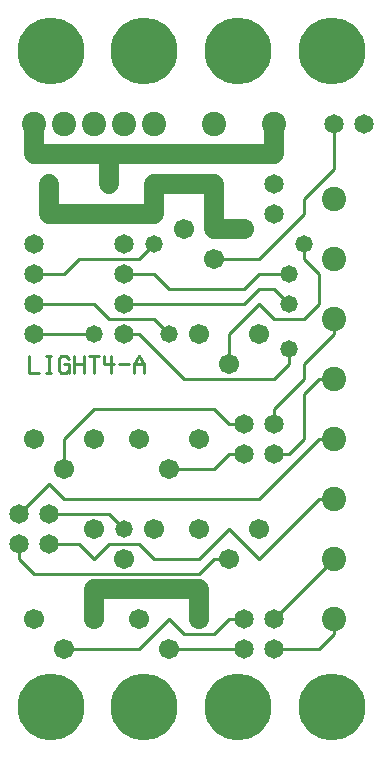
<source format=gtl>
%MOIN*%
%FSLAX25Y25*%
G04 D10 used for Character Trace; *
G04     Circle (OD=.01000) (No hole)*
G04 D11 used for Power Trace; *
G04     Circle (OD=.06700) (No hole)*
G04 D12 used for Signal Trace; *
G04     Circle (OD=.01100) (No hole)*
G04 D13 used for Via; *
G04     Circle (OD=.05800) (Round. Hole ID=.02800)*
G04 D14 used for Component hole; *
G04     Circle (OD=.06500) (Round. Hole ID=.03500)*
G04 D15 used for Component hole; *
G04     Circle (OD=.06700) (Round. Hole ID=.04300)*
G04 D16 used for Component hole; *
G04     Circle (OD=.08100) (Round. Hole ID=.05100)*
G04 D17 used for Component hole; *
G04     Circle (OD=.08900) (Round. Hole ID=.05900)*
G04 D18 used for Component hole; *
G04     Circle (OD=.11300) (Round. Hole ID=.08300)*
G04 D19 used for Component hole; *
G04     Circle (OD=.16000) (Round. Hole ID=.13000)*
G04 D20 used for Component hole; *
G04     Circle (OD=.18300) (Round. Hole ID=.15300)*
G04 D21 used for Component hole; *
G04     Circle (OD=.22291) (Round. Hole ID=.19291)*
%ADD10C,.01000*%
%ADD11C,.06700*%
%ADD12C,.01100*%
%ADD13C,.05800*%
%ADD14C,.06500*%
%ADD15C,.06700*%
%ADD16C,.08100*%
%ADD17C,.08900*%
%ADD18C,.11300*%
%ADD19C,.16000*%
%ADD20C,.18300*%
%ADD21C,.22291*%
%IPPOS*%
%LPD*%
G90*X0Y0D02*D21*X15625Y15625D03*D15*              
X20000Y35000D03*D12*X45000D01*X55000Y45000D01*    
X60000Y40000D01*X70000D01*X75000Y45000D01*        
X80000D01*D14*D03*X90000Y35000D03*D12*X105000D01* 
X110000Y40000D01*Y45000D01*D16*D03*Y65000D03*D12* 
X90000Y45000D01*D14*D03*X80000Y35000D03*D12*      
X55000D01*D15*D03*X65000Y45000D03*D11*Y55000D01*  
X30000D01*Y45000D01*D15*D03*X45000D03*D12*        
X50000Y65000D02*X65000D01*X75000Y75000D01*        
X85000Y65000D01*X105000Y85000D01*X110000D01*D16*  
D03*D12*X90000Y100000D02*X95000D01*D14*X90000D03* 
D12*X95000D02*X100000Y105000D01*Y120000D01*       
X105000Y125000D01*X110000D01*D16*D03*D12*         
X100000D02*Y130000D01*X90000Y115000D02*           
X100000Y125000D01*X90000Y110000D02*Y115000D01*D14*
Y110000D03*X80000Y100000D03*D12*X75000D01*        
X70000Y95000D01*X55000D01*D15*D03*                
X65000Y105000D03*X45000D03*D12*X75000Y110000D02*  
X70000Y115000D01*X75000Y110000D02*X80000D01*D14*  
D03*D12*X30000Y115000D02*X70000D01*               
X20000Y105000D02*X30000Y115000D01*X20000Y95000D02*
Y105000D01*D15*Y95000D03*D12*X5000Y80000D02*      
X15000Y90000D01*D14*X5000Y80000D03*               
X15000Y70000D03*D12*X25000D01*X30000Y65000D01*    
X35000Y70000D01*X45000D01*X50000Y65000D01*D13*    
X40000Y75000D03*D12*X35000Y80000D01*X15000D01*D14*
D03*D12*X20000Y85000D02*X85000D01*                
X105000Y105000D01*X110000D01*D16*D03*D12*         
X60000Y125000D02*X90000D01*X60000D02*             
X45000Y140000D01*X40000D01*D14*D03*D12*           
X35000Y145000D02*X50000D01*X55000Y140000D01*D13*  
D03*D15*X65000D03*D14*X40000Y150000D03*D12*       
X80000D01*X85000Y155000D01*X90000D01*             
X95000Y150000D01*D13*D03*D12*X90000Y145000D02*    
X100000D01*X90000D02*X85000Y150000D01*            
X75000Y140000D01*Y130000D01*D15*D03*              
X85000Y140000D03*D12*X90000Y125000D02*            
X95000Y130000D01*Y135000D01*D13*D03*D12*          
X100000Y130000D02*X110000Y140000D01*Y145000D01*   
D16*D03*D12*X100000D02*X105000Y150000D01*         
Y160000D01*X100000Y165000D01*Y170000D01*D13*D03*  
D14*X90000Y180000D03*D16*X110000Y165000D03*D13*   
X95000Y160000D03*D12*X85000D01*X80000Y155000D01*  
X55000D01*X50000Y160000D01*X40000D01*D14*D03*D12* 
X25000Y165000D02*X45000D01*X20000Y160000D02*      
X25000Y165000D01*X10000Y160000D02*X20000D01*D14*  
X10000D03*Y170000D03*Y150000D03*D12*X30000D01*    
X35000Y145000D01*D13*X30000Y140000D03*D12*        
X10000D01*D14*D03*D10*X8326Y132871D02*Y127129D01* 
X11674D01*X15000D02*Y132871D01*X14163Y127129D02*  
X15837D01*X14163Y132871D02*X15837D01*             
X21674Y128086D02*X20837Y127129D01*X19163D01*      
X18326Y128086D01*Y131914D01*X19163Y132871D01*     
X20837D01*X21674Y131914D01*X20000Y130000D02*      
X21674D01*Y127129D01*X23326D02*Y132871D01*        
X26674Y127129D02*Y132871D01*X23326Y130000D02*     
X26674D01*X30000Y127129D02*Y132871D01*X28326D02*  
X31674D01*X35837D02*Y127129D01*X33326Y132871D02*  
Y130000D01*X36674D01*X38326D02*X41674D01*         
X43326Y127129D02*Y130000D01*X45000Y132871D01*     
X46674Y130000D01*Y127129D01*X43326Y130000D02*     
X46674D01*D14*X40000Y170000D03*D15*               
X10000Y105000D03*X30000D03*D12*X45000Y165000D02*  
X50000Y170000D01*D13*D03*D11*X15000Y180000D02*    
X50000D01*X15000D02*Y190000D01*D14*D03*D11*       
X10000Y200000D02*X35000D01*Y190000D01*D14*D03*D11*
Y200000D02*X90000D01*Y210000D01*D16*D03*D11*      
X70000Y175000D02*Y190000D01*Y175000D02*X80000D01* 
D15*D03*X70000Y165000D03*D12*X85000D01*           
X100000Y180000D01*Y185000D01*X110000Y195000D01*   
Y210000D01*D14*D03*X120000D03*X90000Y190000D03*   
D21*X109375Y234375D03*D16*X110000Y185000D03*D21*  
X78125Y234375D03*D16*X70000Y210000D03*D11*        
X50000Y190000D02*X70000D01*X50000Y180000D02*      
Y190000D01*D15*X60000Y175000D03*D16*              
X20000Y210000D03*X50000D03*X40000D03*X30000D03*   
X10000D03*D11*Y200000D01*D21*X46875Y234375D03*    
X15625D03*D12*X20000Y85000D02*X15000Y90000D01*D15*
X30000Y75000D03*D14*X5000Y70000D03*D12*Y65000D01* 
X10000Y60000D01*X65000D01*X70000Y65000D01*        
X75000D01*D15*D03*X85000Y75000D03*X65000D03*      
X50000D03*X40000Y65000D03*D21*X46875Y15625D03*    
X78125D03*X109375D03*D15*X10000Y45000D03*M02*     

</source>
